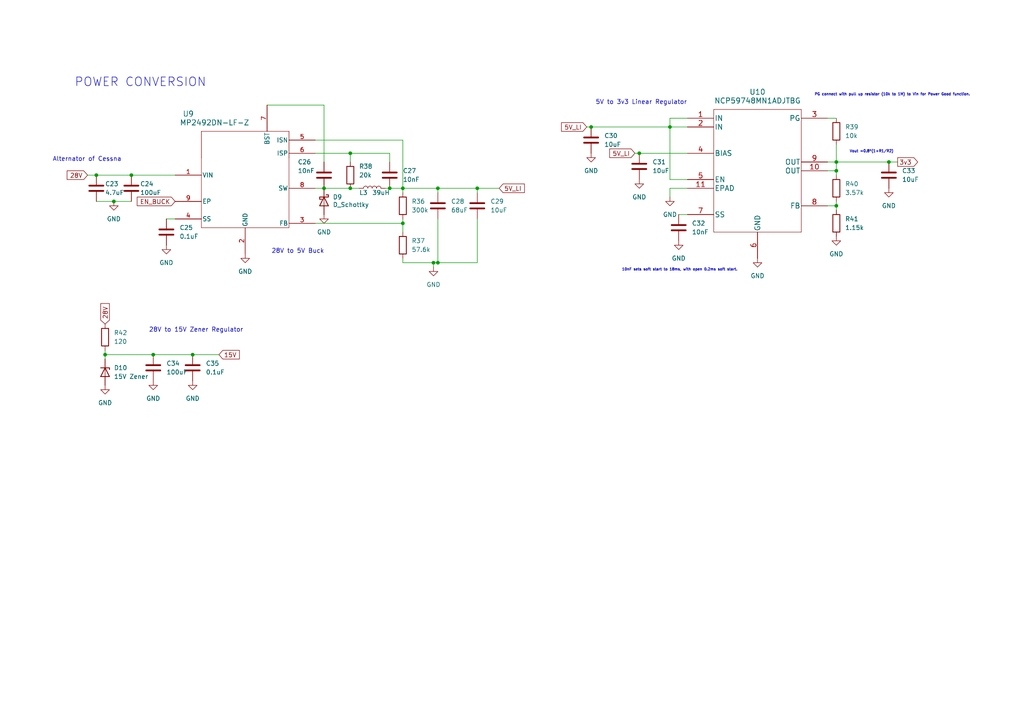
<source format=kicad_sch>
(kicad_sch (version 20230121) (generator eeschema)
  (paper "A4")
  (lib_symbols
    (symbol "Device:C" (pin_numbers hide) (pin_names (offset 0.254))
      (property "Reference" "C" (at 0.635 2.54 0))
      (property "Value" "C" (at 0.635 -2.54 0))
      (symbol "C_0_1"
        (polyline (pts (xy -2.032 -0.762) (xy 2.032 -0.762)) (stroke (width 0.508)))
        (polyline (pts (xy -2.032 0.762) (xy 2.032 0.762)) (stroke (width 0.508)))
      )
      (symbol "C_1_1"
        (pin passive line (at 0 3.81 270) (length 2.794) (name "~") (number "1"))
        (pin passive line (at 0 -3.81 90) (length 2.794) (name "~") (number "2"))
      )
    )
    (symbol "Device:D_Schottky" (pin_numbers hide) (pin_names (offset 1.016) hide)
      (property "Reference" "D" (at 0 2.54 0))
      (property "Value" "D_Schottky" (at 0 -2.54 0))
      (symbol "D_Schottky_0_1"
        (polyline (pts (xy 1.27 0) (xy -1.27 0)))
        (polyline (pts (xy 1.27 1.27) (xy 1.27 -1.27) (xy -1.27 0) (xy 1.27 1.27)) (stroke (width 0.254)))
        (polyline (pts (xy -1.905 0.635) (xy -1.905 1.27) (xy -1.27 1.27) (xy -1.27 -1.27) (xy -0.635 -1.27) (xy -0.635 -0.635)) (stroke (width 0.254)))
      )
      (symbol "D_Schottky_1_1"
        (pin passive line (at -3.81 0 0) (length 2.54) (name "K") (number "1"))
        (pin passive line (at 3.81 0 180) (length 2.54) (name "A") (number "2"))
      )
    )
    (symbol "Device:D_Zener" (pin_numbers hide) (pin_names (offset 1.016) hide)
      (property "Reference" "D" (at 0 2.54 0))
      (property "Value" "D_Zener" (at 0 -2.54 0))
      (symbol "D_Zener_0_1"
        (polyline (pts (xy 1.27 0) (xy -1.27 0)))
        (polyline (pts (xy -1.27 -1.27) (xy -1.27 1.27) (xy -0.762 1.27)) (stroke (width 0.254)))
        (polyline (pts (xy 1.27 -1.27) (xy 1.27 1.27) (xy -1.27 0) (xy 1.27 -1.27)) (stroke (width 0.254)))
      )
      (symbol "D_Zener_1_1"
        (pin passive line (at -3.81 0 0) (length 2.54) (name "K") (number "1"))
        (pin passive line (at 3.81 0 180) (length 2.54) (name "A") (number "2"))
      )
    )
    (symbol "Device:L" (pin_numbers hide) (pin_names (offset 1.016) hide)
      (property "Reference" "L" (at -1.27 0 90))
      (property "Value" "L" (at 1.905 0 90))
      (symbol "L_0_1"
        (arc (start 0 -2.54) (mid 0.6323 -1.905) (end 0 -1.27))
        (arc (start 0 -1.27) (mid 0.6323 -0.635) (end 0 0))
        (arc (start 0 0) (mid 0.6323 0.635) (end 0 1.27))
        (arc (start 0 1.27) (mid 0.6323 1.905) (end 0 2.54))
      )
      (symbol "L_1_1"
        (pin passive line (at 0 3.81 270) (length 1.27) (name "1") (number "1"))
        (pin passive line (at 0 -3.81 90) (length 1.27) (name "2") (number "2"))
      )
    )
    (symbol "Device:R" (pin_numbers hide) (pin_names (offset 0))
      (property "Reference" "R" (at 2.032 0 90))
      (property "Value" "R" (at 0 0 90))
      (symbol "R_0_1"
        (rectangle (start -1.016 -2.54) (end 1.016 2.54) (stroke (width 0.254)))
      )
      (symbol "R_1_1"
        (pin passive line (at 0 3.81 270) (length 1.27) (name "~") (number "1"))
        (pin passive line (at 0 -3.81 90) (length 1.27) (name "~") (number "2"))
      )
    )
    (symbol "MP2492DN-LF-Z:MP2492DN-LF-Z" (pin_names (offset 0.254))
      (property "Reference" "U9" (at 3.81 17.78 0))
      (property "Value" "MP2492DN-LF-Z" (at 11.43 15.24 0))
      (symbol "MP2492DN-LF-Z_0_1"
        (polyline (pts (xy 7.62 -15.24) (xy 33.02 -15.24)) (stroke (width 0.127)))
        (polyline (pts (xy 7.62 5.08) (xy 7.62 -15.24)) (stroke (width 0.127)))
        (polyline (pts (xy 33.02 -15.24) (xy 33.02 5.08)) (stroke (width 0.127)))
        (polyline (pts (xy 33.02 12.7) (xy 7.62 12.7)) (stroke (width 0.127)))
        (pin power_in line (at 0 0 0) (length 7.62) (name "VIN") (number "1"))
        (pin power_in line (at 20.32 -22.86 90) (length 7.62) (name "GND") (number "2"))
        (pin unspecified line (at 40.64 -13.97 180) (length 7.62) (name "FB") (number "3"))
        (pin unspecified line (at 0 -12.7 0) (length 7.62) (name "SS") (number "4"))
        (pin input line (at 40.64 10.16 180) (length 7.62) (name "ISN") (number "5"))
        (pin unspecified line (at 40.64 6.35 180) (length 7.62) (name "ISP") (number "6"))
        (pin power_in line (at 26.67 20.32 270) (length 7.62) (name "BST") (number "7"))
        (pin output line (at 40.64 -3.81 180) (length 7.62) (name "SW") (number "8"))
        (pin power_in line (at 0 -7.62 0) (length 7.62) (name "EP") (number "9"))
      )
      (symbol "MP2492DN-LF-Z_1_1"
        (polyline (pts (xy 7.62 12.7) (xy 7.62 5.08)))
        (polyline (pts (xy 33.02 12.7) (xy 33.02 5.08)))
      )
    )
    (symbol "NCP59748MN1ADJTBG:NCP59748MN1ADJTBG" (pin_names (offset 0.254))
      (property "Reference" "U2" (at 20.32 11.43 0))
      (property "Value" "NCP59748MN1ADJTBG" (at 20.32 7.62 0))
      (symbol "NCP59748MN1ADJTBG_1_1"
        (polyline (pts (xy 7.62 -30.48) (xy 33.02 -30.48)) (stroke (width 0.127)))
        (polyline (pts (xy 7.62 5.08) (xy 7.62 -30.48)) (stroke (width 0.127)))
        (polyline (pts (xy 33.02 -30.48) (xy 33.02 5.08)) (stroke (width 0.127)))
        (polyline (pts (xy 33.02 5.08) (xy 7.62 5.08)) (stroke (width 0.127)))
        (pin input line (at 0 2.54 0) (length 7.62) (name "IN") (number "1"))
        (pin output line (at 40.64 -12.7 180) (length 7.62) (name "OUT") (number "10"))
        (pin unspecified line (at 0 -17.78 0) (length 7.62) (name "EPAD") (number "11"))
        (pin input line (at 0 0 0) (length 7.62) (name "IN") (number "2"))
        (pin output line (at 40.64 2.54 180) (length 7.62) (name "PG") (number "3"))
        (pin input line (at 0 -7.62 0) (length 7.62) (name "BIAS") (number "4"))
        (pin unspecified line (at 0 -15.24 0) (length 7.62) (name "EN") (number "5"))
        (pin power_in line (at 20.32 -38.1 90) (length 7.62) (name "GND") (number "6"))
        (pin output line (at 0 -25.4 0) (length 7.62) (name "SS") (number "7"))
        (pin output line (at 40.64 -22.86 180) (length 7.62) (name "FB") (number "8"))
        (pin output line (at 40.64 -10.16 180) (length 7.62) (name "OUT") (number "9"))
      )
    )
    (symbol "power:GND" (power) (pin_names (offset 0))
      (property "Value" "GND" (at 0 -3.81 0))
      (symbol "GND_0_1"
        (polyline (pts (xy 0 0) (xy 0 -1.27) (xy 1.27 -1.27) (xy 0 -2.54) (xy -1.27 -1.27) (xy 0 -1.27)))
      )
      (symbol "GND_1_1"
        (pin power_in line (at 0 0 270) (length 0) hide (name "GND") (number "1"))
      )
    )
  )
  (junction (at 33.02 58.42))
  (junction (at 257.81 46.99))
  (junction (at 116.84 54.61))
  (junction (at 30.48 102.87))
  (junction (at 113.03 54.61))
  (junction (at 242.57 59.69))
  (junction (at 127 76.2))
  (junction (at 194.31 36.83))
  (junction (at 44.45 102.87))
  (junction (at 38.1 50.8))
  (junction (at 93.98 54.61))
  (junction (at 27.94 50.8))
  (junction (at 125.73 76.2))
  (junction (at 242.57 46.99))
  (junction (at 138.43 54.61))
  (junction (at 242.57 49.53))
  (junction (at 127 54.61))
  (junction (at 185.42 44.45))
  (junction (at 116.84 64.77))
  (junction (at 171.45 36.83))
  (junction (at 55.88 102.87))
  (junction (at 101.6 54.61))
  (junction (at 101.6 44.45))
  (wire (pts (xy 116.84 54.61) (xy 116.84 40.64)))
  (wire (pts (xy 194.31 36.83) (xy 199.39 36.83)))
  (wire (pts (xy 242.57 49.53) (xy 242.57 46.99)))
  (wire (pts (xy 44.45 102.87) (xy 55.88 102.87)))
  (wire (pts (xy 194.31 52.07) (xy 194.31 36.83)))
  (wire (pts (xy 30.48 102.87) (xy 30.48 104.14)))
  (wire (pts (xy 240.03 49.53) (xy 242.57 49.53)))
  (wire (pts (xy 25.4 50.8) (xy 27.94 50.8)))
  (wire (pts (xy 242.57 59.69) (xy 242.57 58.42)))
  (wire (pts (xy 91.44 64.77) (xy 116.84 64.77)))
  (wire (pts (xy 170.18 36.83) (xy 171.45 36.83)))
  (wire (pts (xy 127 54.61) (xy 138.43 54.61)))
  (wire (pts (xy 111.76 54.61) (xy 113.03 54.61)))
  (wire (pts (xy 116.84 63.5) (xy 116.84 64.77)))
  (wire (pts (xy 240.03 59.69) (xy 242.57 59.69)))
  (wire (pts (xy 116.84 76.2) (xy 125.73 76.2)))
  (wire (pts (xy 116.84 54.61) (xy 116.84 55.88)))
  (wire (pts (xy 116.84 54.61) (xy 127 54.61)))
  (wire (pts (xy 91.44 54.61) (xy 93.98 54.61)))
  (wire (pts (xy 240.03 34.29) (xy 242.57 34.29)))
  (wire (pts (xy 116.84 40.64) (xy 91.44 40.64)))
  (wire (pts (xy 127 63.5) (xy 127 76.2)))
  (wire (pts (xy 113.03 54.61) (xy 116.84 54.61)))
  (wire (pts (xy 77.47 30.48) (xy 93.98 30.48)))
  (wire (pts (xy 33.02 58.42) (xy 38.1 58.42)))
  (wire (pts (xy 199.39 34.29) (xy 194.31 34.29)))
  (wire (pts (xy 116.84 74.93) (xy 116.84 76.2)))
  (wire (pts (xy 127 76.2) (xy 138.43 76.2)))
  (wire (pts (xy 91.44 44.45) (xy 101.6 44.45)))
  (wire (pts (xy 127 54.61) (xy 127 55.88)))
  (wire (pts (xy 199.39 54.61) (xy 194.31 54.61)))
  (wire (pts (xy 93.98 54.61) (xy 101.6 54.61)))
  (wire (pts (xy 138.43 54.61) (xy 144.78 54.61)))
  (wire (pts (xy 48.26 63.5) (xy 50.8 63.5)))
  (wire (pts (xy 93.98 30.48) (xy 93.98 46.99)))
  (wire (pts (xy 101.6 44.45) (xy 113.03 44.45)))
  (wire (pts (xy 38.1 50.8) (xy 50.8 50.8)))
  (wire (pts (xy 55.88 102.87) (xy 63.5 102.87)))
  (wire (pts (xy 101.6 44.45) (xy 101.6 46.99)))
  (wire (pts (xy 199.39 44.45) (xy 185.42 44.45)))
  (wire (pts (xy 30.48 102.87) (xy 44.45 102.87)))
  (wire (pts (xy 257.81 46.99) (xy 260.35 46.99)))
  (wire (pts (xy 194.31 54.61) (xy 194.31 57.15)))
  (wire (pts (xy 27.94 50.8) (xy 38.1 50.8)))
  (wire (pts (xy 27.94 58.42) (xy 33.02 58.42)))
  (wire (pts (xy 113.03 44.45) (xy 113.03 46.99)))
  (wire (pts (xy 196.85 62.23) (xy 199.39 62.23)))
  (wire (pts (xy 240.03 46.99) (xy 242.57 46.99)))
  (wire (pts (xy 30.48 101.6) (xy 30.48 102.87)))
  (wire (pts (xy 242.57 41.91) (xy 242.57 46.99)))
  (wire (pts (xy 242.57 49.53) (xy 242.57 50.8)))
  (wire (pts (xy 242.57 46.99) (xy 257.81 46.99)))
  (wire (pts (xy 116.84 64.77) (xy 116.84 67.31)))
  (wire (pts (xy 194.31 34.29) (xy 194.31 36.83)))
  (wire (pts (xy 199.39 52.07) (xy 194.31 52.07)))
  (wire (pts (xy 127 76.2) (xy 125.73 76.2)))
  (wire (pts (xy 242.57 59.69) (xy 242.57 60.96)))
  (wire (pts (xy 138.43 54.61) (xy 138.43 55.88)))
  (wire (pts (xy 171.45 36.83) (xy 194.31 36.83)))
  (wire (pts (xy 125.73 76.2) (xy 125.73 77.47)))
  (wire (pts (xy 138.43 63.5) (xy 138.43 76.2)))
  (wire (pts (xy 101.6 54.61) (xy 104.14 54.61)))
  (wire (pts (xy 185.42 44.45) (xy 184.15 44.45)))
  (text "POWER CONVERSION" (at 21.59 25.4 0) (effects (font (size 2.5 2.5)) (justify left bottom)))
  (text "28V to 15V Zener Regulator" (at 43.18 96.52 0) (effects (font (size 1.27 1.27)) (justify left bottom)))
  (text "Vout =0.8*(1+R1/R2)" (at 246.38 44.45 0) (effects (font (size 0.75 0.75)) (justify left bottom)))
  (text "PG connect with pull up resistor (10k to 1M) to Vin for Power Good function." (at 236.22 27.94 0) (effects (font (size 0.75 0.75)) (justify left bottom)))
  (text "10nF sets soft start to 18ms, with open 0.2ms soft start." (at 180.34 78.74 0) (effects (font (size 0.75 0.75)) (justify left bottom)))
  (text "Alternator of Cessna" (at 15.24 46.99 0) (effects (font (size 1.27 1.27)) (justify left bottom)))
  (text "28V to 5V Buck " (at 78.74 73.66 0) (effects (font (size 1.27 1.27)) (justify left bottom)))
  (text "5V to 3v3 Linear Regulator" (at 172.72 30.48 0) (effects (font (size 1.27 1.27)) (justify left bottom)))
  (global_label "15V" (shape input) (at 63.5 102.87 0) (property "Intersheetrefs" "${INTERSHEET_REFS}" (effects hide)))
  (global_label "5V_LI" (shape input) (at 144.78 54.61 0) (property "Intersheetrefs" "${INTERSHEET_REFS}" (effects hide)))
  (global_label "28V" (shape input) (at 25.4 50.8 180) (property "Intersheetrefs" "${INTERSHEET_REFS}" (effects hide)))
  (global_label "5V_LI" (shape input) (at 184.15 44.45 180) (property "Intersheetrefs" "${INTERSHEET_REFS}" (effects hide)))
  (global_label "5V_LI" (shape input) (at 170.18 36.83 180) (property "Intersheetrefs" "${INTERSHEET_REFS}" (effects hide)))
  (global_label "3v3" (shape output) (at 260.35 46.99 0) (property "Intersheetrefs" "${INTERSHEET_REFS}" (effects hide)))
  (global_label "EN_BUCK" (shape input) (at 50.8 58.42 180) (property "Intersheetrefs" "${INTERSHEET_REFS}" (effects hide)))
  (global_label "28V" (shape input) (at 30.48 93.98 90) (property "Intersheetrefs" "${INTERSHEET_REFS}" (effects hide)))
  (symbol (lib_id "Device:C") (at 257.81 50.8 0) (unit 1)
    (property "Reference" "C33" (at 261.62 49.5299 0) (effects (justify left)))
    (property "Value" "10uF" (at 261.62 52.0699 0) (effects (justify left)))
    (property "Footprint" "Capacitor_SMD:C_1206_3216Metric" (effects hide))
    (instances (project "james_ewing_ee_design_take_home_koenigsegg" (path "" (reference "C33") (unit 1))) (project "Capstone_PCB" (path "" (reference "C4") (unit 1))))
  )
  (symbol (lib_id "Device:R") (at 116.84 71.12 0) (unit 1)
    (property "Reference" "R37" (at 119.38 69.85 0) (effects (justify left)))
    (property "Value" "57.6k" (at 119.38 72.39 0) (effects (justify left)))
  )
  (symbol (lib_id "power:GND") (at 48.26 71.12 0) (unit 1)
    (property "Reference" "#PWR049" (effects hide))
    (property "Value" "GND" (at 48.26 76.2 0))
  )
  (symbol (lib_id "power:GND") (at 33.02 58.42 0) (unit 1)
    (property "Reference" "#PWR047" (effects hide))
    (property "Value" "GND" (at 33.02 63.5 0))
  )
  (symbol (lib_id "NCP59748MN1ADJTBG:NCP59748MN1ADJTBG") (at 199.39 36.83 0) (unit 1)
    (property "Reference" "U10" (at 219.71 26.67 0) (effects (font (size 1.524 1.524))))
    (property "Value" "NCP59748MN1ADJTBG" (at 219.71 29.21 0) (effects (font (size 1.524 1.524))))
    (property "Footprint" "NCP59748MN1ADJTBG:NCP59748MN1ADJTBG" (effects hide))
    (instances (project "james_ewing_ee_design_take_home_koenigsegg" (path "" (reference "U10") (unit 1))) (project "Capstone_PCB" (path "" (reference "U2") (unit 1))))
  )
  (symbol (lib_id "power:GND") (at 257.81 54.61 0) (unit 1)
    (property "Reference" "#PWR058" (effects hide))
    (property "Value" "GND" (at 257.81 59.69 0))
    (instances (project "james_ewing_ee_design_take_home_koenigsegg" (path "" (reference "#PWR058") (unit 1))) (project "Capstone_PCB" (path "" (reference "#PWR0106") (unit 1))))
  )
  (symbol (lib_id "power:GND") (at 44.45 110.49 0) (unit 1)
    (property "Reference" "#PWR060" (effects hide))
    (property "Value" "GND" (at 44.45 115.57 0))
  )
  (symbol (lib_id "Device:C") (at 171.45 40.64 0) (unit 1)
    (property "Reference" "C30" (at 175.26 39.3699 0) (effects (justify left)))
    (property "Value" "10uF" (at 175.26 41.9099 0) (effects (justify left)))
    (property "Footprint" "Capacitor_SMD:C_1206_3216Metric" (effects hide))
    (instances (project "james_ewing_ee_design_take_home_koenigsegg" (path "" (reference "C30") (unit 1))) (project "Capstone_PCB" (path "" (reference "C1") (unit 1))))
  )
  (symbol (lib_id "Device:R") (at 101.6 50.8 0) (unit 1)
    (property "Reference" "R38" (at 104.14 48.26 0) (effects (justify left)))
    (property "Value" "20k" (at 104.14 50.8 0) (effects (justify left)))
  )
  (symbol (lib_id "Device:R") (at 30.48 97.79 0) (unit 1)
    (property "Reference" "R42" (at 33.02 96.52 0) (effects (justify left)))
    (property "Value" "120" (at 33.02 99.06 0) (effects (justify left)))
  )
  (symbol (lib_id "power:GND") (at 71.12 73.66 0) (unit 1)
    (property "Reference" "#PWR050" (effects hide))
    (property "Value" "GND" (at 71.12 78.74 0))
  )
  (symbol (lib_id "Device:C") (at 113.03 50.8 0) (unit 1)
    (property "Reference" "C27" (at 116.84 49.53 0) (effects (justify left)))
    (property "Value" "10nF" (at 116.84 52.07 0) (effects (justify left)))
  )
  (symbol (lib_id "Device:C") (at 55.88 106.68 0) (unit 1)
    (property "Reference" "C35" (at 59.69 105.41 0) (effects (justify left)))
    (property "Value" "0.1uF" (at 59.69 107.95 0) (effects (justify left)))
  )
  (symbol (lib_id "Device:R") (at 116.84 59.69 0) (unit 1)
    (property "Reference" "R36" (at 119.38 58.42 0) (effects (justify left)))
    (property "Value" "300k" (at 119.38 60.96 0) (effects (justify left)))
  )
  (symbol (lib_id "Device:R") (at 242.57 64.77 0) (unit 1)
    (property "Reference" "R41" (at 245.11 63.4999 0) (effects (justify left)))
    (property "Value" "1.15k" (at 245.11 66.0399 0) (effects (justify left)))
    (property "Footprint" "Resistor_SMD:R_1206_3216Metric" (effects hide))
    (instances (project "james_ewing_ee_design_take_home_koenigsegg" (path "" (reference "R41") (unit 1))) (project "Capstone_PCB" (path "" (reference "R2") (unit 1))))
  )
  (symbol (lib_id "power:GND") (at 30.48 111.76 0) (unit 1)
    (property "Reference" "#PWR059" (effects hide))
    (property "Value" "GND" (at 30.48 116.84 0))
  )
  (symbol (lib_id "power:GND") (at 55.88 110.49 0) (unit 1)
    (property "Reference" "#PWR061" (effects hide))
    (property "Value" "GND" (at 55.88 115.57 0))
  )
  (symbol (lib_id "Device:C") (at 48.26 67.31 0) (unit 1)
    (property "Reference" "C25" (at 52.07 66.04 0) (effects (justify left)))
    (property "Value" "0.1uF" (at 52.07 68.58 0) (effects (justify left)))
  )
  (symbol (lib_id "power:GND") (at 171.45 44.45 0) (unit 1)
    (property "Reference" "#PWR048" (effects hide))
    (property "Value" "GND" (at 171.45 49.53 0))
    (instances (project "james_ewing_ee_design_take_home_koenigsegg" (path "" (reference "#PWR048") (unit 1))) (project "Capstone_PCB" (path "" (reference "#PWR0105") (unit 1))))
  )
  (symbol (lib_id "power:GND") (at 185.42 52.07 0) (unit 1)
    (property "Reference" "#PWR053" (effects hide))
    (property "Value" "GND" (at 185.42 57.15 0))
    (instances (project "james_ewing_ee_design_take_home_koenigsegg" (path "" (reference "#PWR053") (unit 1))) (project "Capstone_PCB" (path "" (reference "#PWR0111") (unit 1))))
  )
  (symbol (lib_id "power:GND") (at 219.71 74.93 0) (unit 1)
    (property "Reference" "#PWR056" (effects hide))
    (property "Value" "GND" (at 219.71 80.01 0))
    (instances (project "james_ewing_ee_design_take_home_koenigsegg" (path "" (reference "#PWR056") (unit 1))) (project "Capstone_PCB" (path "" (reference "#PWR0109") (unit 1))))
  )
  (symbol (lib_id "Device:C") (at 44.45 106.68 0) (unit 1)
    (property "Reference" "C34" (at 48.26 105.41 0) (effects (justify left)))
    (property "Value" "100uF" (at 48.26 107.95 0) (effects (justify left)))
  )
  (symbol (lib_id "power:GND") (at 196.85 69.85 0) (unit 1)
    (property "Reference" "#PWR055" (effects hide))
    (property "Value" "GND" (at 196.85 74.93 0))
    (instances (project "james_ewing_ee_design_take_home_koenigsegg" (path "" (reference "#PWR055") (unit 1))) (project "Capstone_PCB" (path "" (reference "#PWR0108") (unit 1))))
  )
  (symbol (lib_id "power:GND") (at 125.73 77.47 0) (unit 1)
    (property "Reference" "#PWR052" (effects hide))
    (property "Value" "GND" (at 125.73 82.55 0))
  )
  (symbol (lib_id "Device:C") (at 38.1 54.61 0) (unit 1)
    (property "Reference" "C24" (at 40.64 53.34 0) (effects (justify left)))
    (property "Value" "100uF" (at 40.64 55.88 0) (effects (justify left)))
  )
  (symbol (lib_id "Device:C") (at 27.94 54.61 0) (unit 1)
    (property "Reference" "C23" (at 30.48 53.34 0) (effects (justify left)))
    (property "Value" "4.7uF" (at 30.48 55.88 0) (effects (justify left)))
  )
  (symbol (lib_id "Device:L") (at 107.95 54.61 90) (unit 1)
    (property "Reference" "L3" (at 105.41 55.88 90))
    (property "Value" "39uH" (at 110.49 55.88 90))
  )
  (symbol (lib_id "Device:R") (at 242.57 38.1 0) (unit 1)
    (property "Reference" "R39" (at 245.11 36.8299 0) (effects (justify left)))
    (property "Value" "10k" (at 245.11 39.3699 0) (effects (justify left)))
    (property "Footprint" "Resistor_SMD:R_1206_3216Metric" (effects hide))
    (instances (project "james_ewing_ee_design_take_home_koenigsegg" (path "" (reference "R39") (unit 1))) (project "Capstone_PCB" (path "" (reference "R3") (unit 1))))
  )
  (symbol (lib_id "Device:C") (at 138.43 59.69 0) (unit 1)
    (property "Reference" "C29" (at 142.24 58.42 0) (effects (justify left)))
    (property "Value" "10uF" (at 142.24 60.96 0) (effects (justify left)))
  )
  (symbol (lib_id "power:GND") (at 242.57 68.58 0) (unit 1)
    (property "Reference" "#PWR057" (effects hide))
    (property "Value" "GND" (at 242.57 73.66 0))
    (instances (project "james_ewing_ee_design_take_home_koenigsegg" (path "" (reference "#PWR057") (unit 1))) (project "Capstone_PCB" (path "" (reference "#PWR0107") (unit 1))))
  )
  (symbol (lib_id "Device:D_Schottky") (at 93.98 58.42 270) (unit 1)
    (property "Reference" "D9" (at 96.52 57.15 90) (effects (justify left)))
    (property "Value" "D_Schottky" (at 96.52 59.3725 90) (effects (justify left)))
  )
  (symbol (lib_id "MP2492DN-LF-Z:MP2492DN-LF-Z") (at 50.8 50.8 0) (unit 1)
    (property "Reference" "U9" (at 54.61 33.02 0) (effects (font (size 1.524 1.524))))
    (property "Value" "MP2492DN-LF-Z" (at 62.23 35.56 0) (effects (font (size 1.524 1.524))))
    (property "Footprint" "SOIC8E_MP2492_MNP" (effects hide))
    (property "Datasheet" "MP2492DN-LF-Z" (effects hide))
  )
  (symbol (lib_id "Device:C") (at 196.85 66.04 0) (unit 1)
    (property "Reference" "C32" (at 200.66 64.7699 0) (effects (justify left)))
    (property "Value" "10nF" (at 200.66 67.3099 0) (effects (justify left)))
    (property "Footprint" "Capacitor_SMD:C_1206_3216Metric" (effects hide))
    (instances (project "james_ewing_ee_design_take_home_koenigsegg" (path "" (reference "C32") (unit 1))) (project "Capstone_PCB" (path "" (reference "C2") (unit 1))))
  )
  (symbol (lib_id "power:GND") (at 93.98 62.23 0) (unit 1)
    (property "Reference" "#PWR051" (effects hide))
    (property "Value" "GND" (at 93.98 67.31 0))
  )
  (symbol (lib_id "Device:R") (at 242.57 54.61 0) (unit 1)
    (property "Reference" "R40" (at 245.11 53.3399 0) (effects (justify left)))
    (property "Value" "3.57k" (at 245.11 55.8799 0) (effects (justify left)))
    (property "Footprint" "Resistor_SMD:R_1206_3216Metric" (effects hide))
    (instances (project "james_ewing_ee_design_take_home_koenigsegg" (path "" (reference "R40") (unit 1))) (project "Capstone_PCB" (path "" (reference "R1") (unit 1))))
  )
  (symbol (lib_id "Device:D_Zener") (at 30.48 107.95 270) (unit 1)
    (property "Reference" "D10" (at 33.02 106.68 90) (effects (justify left)))
    (property "Value" "15V Zener" (at 33.02 109.22 90) (effects (justify left)))
  )
  (symbol (lib_id "Device:C") (at 127 59.69 0) (unit 1)
    (property "Reference" "C28" (at 130.81 58.42 0) (effects (justify left)))
    (property "Value" "68uF" (at 130.81 60.96 0) (effects (justify left)))
  )
  (symbol (lib_id "Device:C") (at 185.42 48.26 0) (unit 1)
    (property "Reference" "C31" (at 189.23 46.9899 0) (effects (justify left)))
    (property "Value" "10uF" (at 189.23 49.5299 0) (effects (justify left)))
    (property "Footprint" "Capacitor_SMD:C_1206_3216Metric" (effects hide))
    (instances (project "james_ewing_ee_design_take_home_koenigsegg" (path "" (reference "C31") (unit 1))) (project "Capstone_PCB" (path "" (reference "C3") (unit 1))))
  )
  (symbol (lib_id "power:GND") (at 194.31 57.15 0) (unit 1)
    (property "Reference" "#PWR054" (effects hide))
    (property "Value" "GND" (at 194.31 62.23 0))
    (instances (project "james_ewing_ee_design_take_home_koenigsegg" (path "" (reference "#PWR054") (unit 1))) (project "Capstone_PCB" (path "" (reference "#PWR0110") (unit 1))))
  )
  (symbol (lib_id "Device:C") (at 93.98 50.8 0) (unit 1)
    (property "Reference" "C26" (at 86.36 46.99 0) (effects (justify left)))
    (property "Value" "10nF" (at 86.36 49.53 0) (effects (justify left)))
  )
)
</source>
